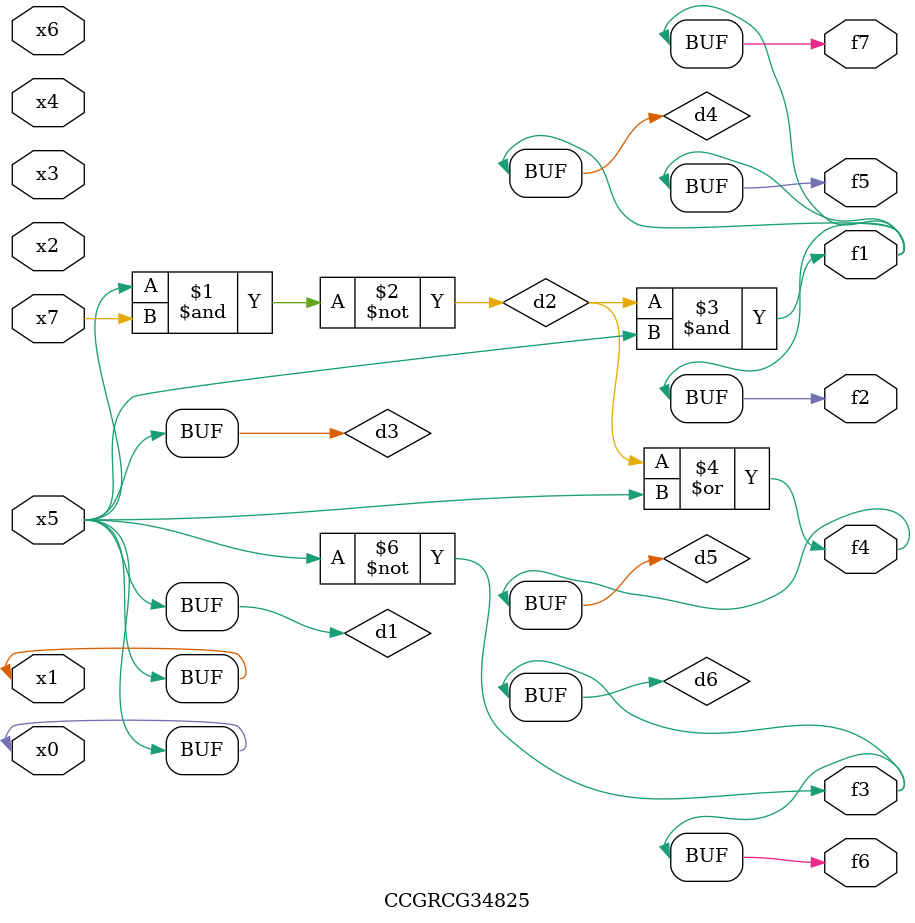
<source format=v>
module CCGRCG34825(
	input x0, x1, x2, x3, x4, x5, x6, x7,
	output f1, f2, f3, f4, f5, f6, f7
);

	wire d1, d2, d3, d4, d5, d6;

	buf (d1, x0, x5);
	nand (d2, x5, x7);
	buf (d3, x0, x1);
	and (d4, d2, d3);
	or (d5, d2, d3);
	nor (d6, d1, d3);
	assign f1 = d4;
	assign f2 = d4;
	assign f3 = d6;
	assign f4 = d5;
	assign f5 = d4;
	assign f6 = d6;
	assign f7 = d4;
endmodule

</source>
